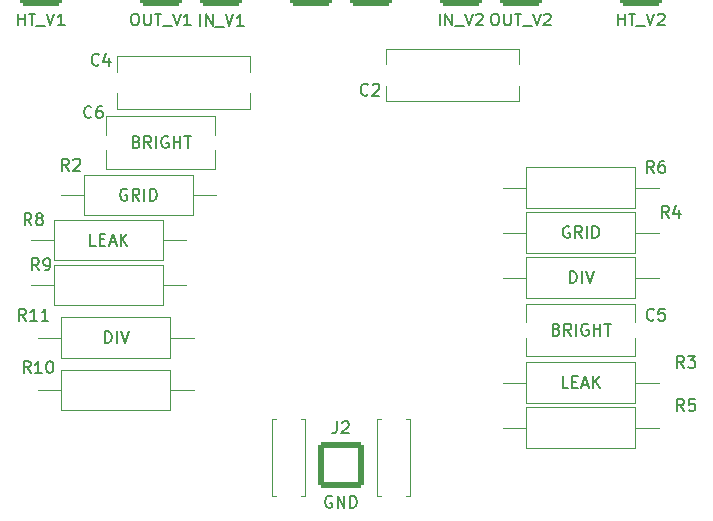
<source format=gbr>
G04 #@! TF.GenerationSoftware,KiCad,Pcbnew,7.0.2-0*
G04 #@! TF.CreationDate,2023-05-17T19:53:00+03:00*
G04 #@! TF.ProjectId,tubeTest,74756265-5465-4737-942e-6b696361645f,rev?*
G04 #@! TF.SameCoordinates,Original*
G04 #@! TF.FileFunction,Legend,Top*
G04 #@! TF.FilePolarity,Positive*
%FSLAX46Y46*%
G04 Gerber Fmt 4.6, Leading zero omitted, Abs format (unit mm)*
G04 Created by KiCad (PCBNEW 7.0.2-0) date 2023-05-17 19:53:00*
%MOMM*%
%LPD*%
G01*
G04 APERTURE LIST*
G04 Aperture macros list*
%AMRoundRect*
0 Rectangle with rounded corners*
0 $1 Rounding radius*
0 $2 $3 $4 $5 $6 $7 $8 $9 X,Y pos of 4 corners*
0 Add a 4 corners polygon primitive as box body*
4,1,4,$2,$3,$4,$5,$6,$7,$8,$9,$2,$3,0*
0 Add four circle primitives for the rounded corners*
1,1,$1+$1,$2,$3*
1,1,$1+$1,$4,$5*
1,1,$1+$1,$6,$7*
1,1,$1+$1,$8,$9*
0 Add four rect primitives between the rounded corners*
20,1,$1+$1,$2,$3,$4,$5,0*
20,1,$1+$1,$4,$5,$6,$7,0*
20,1,$1+$1,$6,$7,$8,$9,0*
20,1,$1+$1,$8,$9,$2,$3,0*%
%AMHorizOval*
0 Thick line with rounded ends*
0 $1 width*
0 $2 $3 position (X,Y) of the first rounded end (center of the circle)*
0 $4 $5 position (X,Y) of the second rounded end (center of the circle)*
0 Add line between two ends*
20,1,$1,$2,$3,$4,$5,0*
0 Add two circle primitives to create the rounded ends*
1,1,$1,$2,$3*
1,1,$1,$4,$5*%
G04 Aperture macros list end*
%ADD10C,0.150000*%
%ADD11C,0.120000*%
%ADD12C,1.600000*%
%ADD13O,1.600000X1.600000*%
%ADD14RoundRect,0.250002X-1.499998X-1.499998X1.499998X-1.499998X1.499998X1.499998X-1.499998X1.499998X0*%
%ADD15RoundRect,0.250002X-1.699998X-1.699998X1.699998X-1.699998X1.699998X1.699998X-1.699998X1.699998X0*%
%ADD16C,3.200000*%
%ADD17HorizOval,2.030000X-0.412599X0.299770X0.412599X-0.299770X0*%
%ADD18HorizOval,2.030000X-0.157599X0.485039X0.157599X-0.485039X0*%
%ADD19HorizOval,2.030000X0.157599X0.485039X-0.157599X-0.485039X0*%
%ADD20HorizOval,2.030000X0.412599X0.299770X-0.412599X-0.299770X0*%
%ADD21O,3.050000X2.030000*%
%ADD22C,4.500000*%
%ADD23R,1.600000X1.600000*%
G04 APERTURE END LIST*
D10*
X117308333Y-105422619D02*
X116975000Y-104946428D01*
X116736905Y-105422619D02*
X116736905Y-104422619D01*
X116736905Y-104422619D02*
X117117857Y-104422619D01*
X117117857Y-104422619D02*
X117213095Y-104470238D01*
X117213095Y-104470238D02*
X117260714Y-104517857D01*
X117260714Y-104517857D02*
X117308333Y-104613095D01*
X117308333Y-104613095D02*
X117308333Y-104755952D01*
X117308333Y-104755952D02*
X117260714Y-104851190D01*
X117260714Y-104851190D02*
X117213095Y-104898809D01*
X117213095Y-104898809D02*
X117117857Y-104946428D01*
X117117857Y-104946428D02*
X116736905Y-104946428D01*
X117879762Y-104851190D02*
X117784524Y-104803571D01*
X117784524Y-104803571D02*
X117736905Y-104755952D01*
X117736905Y-104755952D02*
X117689286Y-104660714D01*
X117689286Y-104660714D02*
X117689286Y-104613095D01*
X117689286Y-104613095D02*
X117736905Y-104517857D01*
X117736905Y-104517857D02*
X117784524Y-104470238D01*
X117784524Y-104470238D02*
X117879762Y-104422619D01*
X117879762Y-104422619D02*
X118070238Y-104422619D01*
X118070238Y-104422619D02*
X118165476Y-104470238D01*
X118165476Y-104470238D02*
X118213095Y-104517857D01*
X118213095Y-104517857D02*
X118260714Y-104613095D01*
X118260714Y-104613095D02*
X118260714Y-104660714D01*
X118260714Y-104660714D02*
X118213095Y-104755952D01*
X118213095Y-104755952D02*
X118165476Y-104803571D01*
X118165476Y-104803571D02*
X118070238Y-104851190D01*
X118070238Y-104851190D02*
X117879762Y-104851190D01*
X117879762Y-104851190D02*
X117784524Y-104898809D01*
X117784524Y-104898809D02*
X117736905Y-104946428D01*
X117736905Y-104946428D02*
X117689286Y-105041666D01*
X117689286Y-105041666D02*
X117689286Y-105232142D01*
X117689286Y-105232142D02*
X117736905Y-105327380D01*
X117736905Y-105327380D02*
X117784524Y-105375000D01*
X117784524Y-105375000D02*
X117879762Y-105422619D01*
X117879762Y-105422619D02*
X118070238Y-105422619D01*
X118070238Y-105422619D02*
X118165476Y-105375000D01*
X118165476Y-105375000D02*
X118213095Y-105327380D01*
X118213095Y-105327380D02*
X118260714Y-105232142D01*
X118260714Y-105232142D02*
X118260714Y-105041666D01*
X118260714Y-105041666D02*
X118213095Y-104946428D01*
X118213095Y-104946428D02*
X118165476Y-104898809D01*
X118165476Y-104898809D02*
X118070238Y-104851190D01*
X122753571Y-107142619D02*
X122277381Y-107142619D01*
X122277381Y-107142619D02*
X122277381Y-106142619D01*
X123086905Y-106618809D02*
X123420238Y-106618809D01*
X123563095Y-107142619D02*
X123086905Y-107142619D01*
X123086905Y-107142619D02*
X123086905Y-106142619D01*
X123086905Y-106142619D02*
X123563095Y-106142619D01*
X123944048Y-106856904D02*
X124420238Y-106856904D01*
X123848810Y-107142619D02*
X124182143Y-106142619D01*
X124182143Y-106142619D02*
X124515476Y-107142619D01*
X124848810Y-107142619D02*
X124848810Y-106142619D01*
X125420238Y-107142619D02*
X124991667Y-106571190D01*
X125420238Y-106142619D02*
X124848810Y-106714047D01*
X145803333Y-94347380D02*
X145755714Y-94395000D01*
X145755714Y-94395000D02*
X145612857Y-94442619D01*
X145612857Y-94442619D02*
X145517619Y-94442619D01*
X145517619Y-94442619D02*
X145374762Y-94395000D01*
X145374762Y-94395000D02*
X145279524Y-94299761D01*
X145279524Y-94299761D02*
X145231905Y-94204523D01*
X145231905Y-94204523D02*
X145184286Y-94014047D01*
X145184286Y-94014047D02*
X145184286Y-93871190D01*
X145184286Y-93871190D02*
X145231905Y-93680714D01*
X145231905Y-93680714D02*
X145279524Y-93585476D01*
X145279524Y-93585476D02*
X145374762Y-93490238D01*
X145374762Y-93490238D02*
X145517619Y-93442619D01*
X145517619Y-93442619D02*
X145612857Y-93442619D01*
X145612857Y-93442619D02*
X145755714Y-93490238D01*
X145755714Y-93490238D02*
X145803333Y-93537857D01*
X146184286Y-93537857D02*
X146231905Y-93490238D01*
X146231905Y-93490238D02*
X146327143Y-93442619D01*
X146327143Y-93442619D02*
X146565238Y-93442619D01*
X146565238Y-93442619D02*
X146660476Y-93490238D01*
X146660476Y-93490238D02*
X146708095Y-93537857D01*
X146708095Y-93537857D02*
X146755714Y-93633095D01*
X146755714Y-93633095D02*
X146755714Y-93728333D01*
X146755714Y-93728333D02*
X146708095Y-93871190D01*
X146708095Y-93871190D02*
X146136667Y-94442619D01*
X146136667Y-94442619D02*
X146755714Y-94442619D01*
X166957619Y-88502619D02*
X166957619Y-87502619D01*
X166957619Y-87978809D02*
X167529047Y-87978809D01*
X167529047Y-88502619D02*
X167529047Y-87502619D01*
X167862381Y-87502619D02*
X168433809Y-87502619D01*
X168148095Y-88502619D02*
X168148095Y-87502619D01*
X168529048Y-88597857D02*
X169290952Y-88597857D01*
X169386191Y-87502619D02*
X169719524Y-88502619D01*
X169719524Y-88502619D02*
X170052857Y-87502619D01*
X170338572Y-87597857D02*
X170386191Y-87550238D01*
X170386191Y-87550238D02*
X170481429Y-87502619D01*
X170481429Y-87502619D02*
X170719524Y-87502619D01*
X170719524Y-87502619D02*
X170814762Y-87550238D01*
X170814762Y-87550238D02*
X170862381Y-87597857D01*
X170862381Y-87597857D02*
X170910000Y-87693095D01*
X170910000Y-87693095D02*
X170910000Y-87788333D01*
X170910000Y-87788333D02*
X170862381Y-87931190D01*
X170862381Y-87931190D02*
X170290953Y-88502619D01*
X170290953Y-88502619D02*
X170910000Y-88502619D01*
X131594846Y-88559687D02*
X131594846Y-87559687D01*
X132071036Y-88559687D02*
X132071036Y-87559687D01*
X132071036Y-87559687D02*
X132642464Y-88559687D01*
X132642464Y-88559687D02*
X132642464Y-87559687D01*
X132880560Y-88654925D02*
X133642464Y-88654925D01*
X133737703Y-87559687D02*
X134071036Y-88559687D01*
X134071036Y-88559687D02*
X134404369Y-87559687D01*
X135261512Y-88559687D02*
X134690084Y-88559687D01*
X134975798Y-88559687D02*
X134975798Y-87559687D01*
X134975798Y-87559687D02*
X134880560Y-87702544D01*
X134880560Y-87702544D02*
X134785322Y-87797782D01*
X134785322Y-87797782D02*
X134690084Y-87845401D01*
X117237142Y-117937619D02*
X116903809Y-117461428D01*
X116665714Y-117937619D02*
X116665714Y-116937619D01*
X116665714Y-116937619D02*
X117046666Y-116937619D01*
X117046666Y-116937619D02*
X117141904Y-116985238D01*
X117141904Y-116985238D02*
X117189523Y-117032857D01*
X117189523Y-117032857D02*
X117237142Y-117128095D01*
X117237142Y-117128095D02*
X117237142Y-117270952D01*
X117237142Y-117270952D02*
X117189523Y-117366190D01*
X117189523Y-117366190D02*
X117141904Y-117413809D01*
X117141904Y-117413809D02*
X117046666Y-117461428D01*
X117046666Y-117461428D02*
X116665714Y-117461428D01*
X118189523Y-117937619D02*
X117618095Y-117937619D01*
X117903809Y-117937619D02*
X117903809Y-116937619D01*
X117903809Y-116937619D02*
X117808571Y-117080476D01*
X117808571Y-117080476D02*
X117713333Y-117175714D01*
X117713333Y-117175714D02*
X117618095Y-117223333D01*
X118808571Y-116937619D02*
X118903809Y-116937619D01*
X118903809Y-116937619D02*
X118999047Y-116985238D01*
X118999047Y-116985238D02*
X119046666Y-117032857D01*
X119046666Y-117032857D02*
X119094285Y-117128095D01*
X119094285Y-117128095D02*
X119141904Y-117318571D01*
X119141904Y-117318571D02*
X119141904Y-117556666D01*
X119141904Y-117556666D02*
X119094285Y-117747142D01*
X119094285Y-117747142D02*
X119046666Y-117842380D01*
X119046666Y-117842380D02*
X118999047Y-117890000D01*
X118999047Y-117890000D02*
X118903809Y-117937619D01*
X118903809Y-117937619D02*
X118808571Y-117937619D01*
X118808571Y-117937619D02*
X118713333Y-117890000D01*
X118713333Y-117890000D02*
X118665714Y-117842380D01*
X118665714Y-117842380D02*
X118618095Y-117747142D01*
X118618095Y-117747142D02*
X118570476Y-117556666D01*
X118570476Y-117556666D02*
X118570476Y-117318571D01*
X118570476Y-117318571D02*
X118618095Y-117128095D01*
X118618095Y-117128095D02*
X118665714Y-117032857D01*
X118665714Y-117032857D02*
X118713333Y-116985238D01*
X118713333Y-116985238D02*
X118808571Y-116937619D01*
X116157619Y-88502619D02*
X116157619Y-87502619D01*
X116157619Y-87978809D02*
X116729047Y-87978809D01*
X116729047Y-88502619D02*
X116729047Y-87502619D01*
X117062381Y-87502619D02*
X117633809Y-87502619D01*
X117348095Y-88502619D02*
X117348095Y-87502619D01*
X117729048Y-88597857D02*
X118490952Y-88597857D01*
X118586191Y-87502619D02*
X118919524Y-88502619D01*
X118919524Y-88502619D02*
X119252857Y-87502619D01*
X120110000Y-88502619D02*
X119538572Y-88502619D01*
X119824286Y-88502619D02*
X119824286Y-87502619D01*
X119824286Y-87502619D02*
X119729048Y-87645476D01*
X119729048Y-87645476D02*
X119633810Y-87740714D01*
X119633810Y-87740714D02*
X119538572Y-87788333D01*
X143176666Y-122042619D02*
X143176666Y-122756904D01*
X143176666Y-122756904D02*
X143129047Y-122899761D01*
X143129047Y-122899761D02*
X143033809Y-122995000D01*
X143033809Y-122995000D02*
X142890952Y-123042619D01*
X142890952Y-123042619D02*
X142795714Y-123042619D01*
X143605238Y-122137857D02*
X143652857Y-122090238D01*
X143652857Y-122090238D02*
X143748095Y-122042619D01*
X143748095Y-122042619D02*
X143986190Y-122042619D01*
X143986190Y-122042619D02*
X144081428Y-122090238D01*
X144081428Y-122090238D02*
X144129047Y-122137857D01*
X144129047Y-122137857D02*
X144176666Y-122233095D01*
X144176666Y-122233095D02*
X144176666Y-122328333D01*
X144176666Y-122328333D02*
X144129047Y-122471190D01*
X144129047Y-122471190D02*
X143557619Y-123042619D01*
X143557619Y-123042619D02*
X144176666Y-123042619D01*
X142748095Y-128390238D02*
X142652857Y-128342619D01*
X142652857Y-128342619D02*
X142510000Y-128342619D01*
X142510000Y-128342619D02*
X142367143Y-128390238D01*
X142367143Y-128390238D02*
X142271905Y-128485476D01*
X142271905Y-128485476D02*
X142224286Y-128580714D01*
X142224286Y-128580714D02*
X142176667Y-128771190D01*
X142176667Y-128771190D02*
X142176667Y-128914047D01*
X142176667Y-128914047D02*
X142224286Y-129104523D01*
X142224286Y-129104523D02*
X142271905Y-129199761D01*
X142271905Y-129199761D02*
X142367143Y-129295000D01*
X142367143Y-129295000D02*
X142510000Y-129342619D01*
X142510000Y-129342619D02*
X142605238Y-129342619D01*
X142605238Y-129342619D02*
X142748095Y-129295000D01*
X142748095Y-129295000D02*
X142795714Y-129247380D01*
X142795714Y-129247380D02*
X142795714Y-128914047D01*
X142795714Y-128914047D02*
X142605238Y-128914047D01*
X143224286Y-129342619D02*
X143224286Y-128342619D01*
X143224286Y-128342619D02*
X143795714Y-129342619D01*
X143795714Y-129342619D02*
X143795714Y-128342619D01*
X144271905Y-129342619D02*
X144271905Y-128342619D01*
X144271905Y-128342619D02*
X144510000Y-128342619D01*
X144510000Y-128342619D02*
X144652857Y-128390238D01*
X144652857Y-128390238D02*
X144748095Y-128485476D01*
X144748095Y-128485476D02*
X144795714Y-128580714D01*
X144795714Y-128580714D02*
X144843333Y-128771190D01*
X144843333Y-128771190D02*
X144843333Y-128914047D01*
X144843333Y-128914047D02*
X144795714Y-129104523D01*
X144795714Y-129104523D02*
X144748095Y-129199761D01*
X144748095Y-129199761D02*
X144652857Y-129295000D01*
X144652857Y-129295000D02*
X144510000Y-129342619D01*
X144510000Y-129342619D02*
X144271905Y-129342619D01*
X125984285Y-87502619D02*
X126174761Y-87502619D01*
X126174761Y-87502619D02*
X126269999Y-87550238D01*
X126269999Y-87550238D02*
X126365237Y-87645476D01*
X126365237Y-87645476D02*
X126412856Y-87835952D01*
X126412856Y-87835952D02*
X126412856Y-88169285D01*
X126412856Y-88169285D02*
X126365237Y-88359761D01*
X126365237Y-88359761D02*
X126269999Y-88455000D01*
X126269999Y-88455000D02*
X126174761Y-88502619D01*
X126174761Y-88502619D02*
X125984285Y-88502619D01*
X125984285Y-88502619D02*
X125889047Y-88455000D01*
X125889047Y-88455000D02*
X125793809Y-88359761D01*
X125793809Y-88359761D02*
X125746190Y-88169285D01*
X125746190Y-88169285D02*
X125746190Y-87835952D01*
X125746190Y-87835952D02*
X125793809Y-87645476D01*
X125793809Y-87645476D02*
X125889047Y-87550238D01*
X125889047Y-87550238D02*
X125984285Y-87502619D01*
X126841428Y-87502619D02*
X126841428Y-88312142D01*
X126841428Y-88312142D02*
X126889047Y-88407380D01*
X126889047Y-88407380D02*
X126936666Y-88455000D01*
X126936666Y-88455000D02*
X127031904Y-88502619D01*
X127031904Y-88502619D02*
X127222380Y-88502619D01*
X127222380Y-88502619D02*
X127317618Y-88455000D01*
X127317618Y-88455000D02*
X127365237Y-88407380D01*
X127365237Y-88407380D02*
X127412856Y-88312142D01*
X127412856Y-88312142D02*
X127412856Y-87502619D01*
X127746190Y-87502619D02*
X128317618Y-87502619D01*
X128031904Y-88502619D02*
X128031904Y-87502619D01*
X128412857Y-88597857D02*
X129174761Y-88597857D01*
X129270000Y-87502619D02*
X129603333Y-88502619D01*
X129603333Y-88502619D02*
X129936666Y-87502619D01*
X130793809Y-88502619D02*
X130222381Y-88502619D01*
X130508095Y-88502619D02*
X130508095Y-87502619D01*
X130508095Y-87502619D02*
X130412857Y-87645476D01*
X130412857Y-87645476D02*
X130317619Y-87740714D01*
X130317619Y-87740714D02*
X130222381Y-87788333D01*
X172557676Y-121155767D02*
X172224343Y-120679576D01*
X171986248Y-121155767D02*
X171986248Y-120155767D01*
X171986248Y-120155767D02*
X172367200Y-120155767D01*
X172367200Y-120155767D02*
X172462438Y-120203386D01*
X172462438Y-120203386D02*
X172510057Y-120251005D01*
X172510057Y-120251005D02*
X172557676Y-120346243D01*
X172557676Y-120346243D02*
X172557676Y-120489100D01*
X172557676Y-120489100D02*
X172510057Y-120584338D01*
X172510057Y-120584338D02*
X172462438Y-120631957D01*
X172462438Y-120631957D02*
X172367200Y-120679576D01*
X172367200Y-120679576D02*
X171986248Y-120679576D01*
X173462438Y-120155767D02*
X172986248Y-120155767D01*
X172986248Y-120155767D02*
X172938629Y-120631957D01*
X172938629Y-120631957D02*
X172986248Y-120584338D01*
X172986248Y-120584338D02*
X173081486Y-120536719D01*
X173081486Y-120536719D02*
X173319581Y-120536719D01*
X173319581Y-120536719D02*
X173414819Y-120584338D01*
X173414819Y-120584338D02*
X173462438Y-120631957D01*
X173462438Y-120631957D02*
X173510057Y-120727195D01*
X173510057Y-120727195D02*
X173510057Y-120965290D01*
X173510057Y-120965290D02*
X173462438Y-121060528D01*
X173462438Y-121060528D02*
X173414819Y-121108148D01*
X173414819Y-121108148D02*
X173319581Y-121155767D01*
X173319581Y-121155767D02*
X173081486Y-121155767D01*
X173081486Y-121155767D02*
X172986248Y-121108148D01*
X172986248Y-121108148D02*
X172938629Y-121060528D01*
X122388333Y-96252380D02*
X122340714Y-96300000D01*
X122340714Y-96300000D02*
X122197857Y-96347619D01*
X122197857Y-96347619D02*
X122102619Y-96347619D01*
X122102619Y-96347619D02*
X121959762Y-96300000D01*
X121959762Y-96300000D02*
X121864524Y-96204761D01*
X121864524Y-96204761D02*
X121816905Y-96109523D01*
X121816905Y-96109523D02*
X121769286Y-95919047D01*
X121769286Y-95919047D02*
X121769286Y-95776190D01*
X121769286Y-95776190D02*
X121816905Y-95585714D01*
X121816905Y-95585714D02*
X121864524Y-95490476D01*
X121864524Y-95490476D02*
X121959762Y-95395238D01*
X121959762Y-95395238D02*
X122102619Y-95347619D01*
X122102619Y-95347619D02*
X122197857Y-95347619D01*
X122197857Y-95347619D02*
X122340714Y-95395238D01*
X122340714Y-95395238D02*
X122388333Y-95442857D01*
X123245476Y-95347619D02*
X123055000Y-95347619D01*
X123055000Y-95347619D02*
X122959762Y-95395238D01*
X122959762Y-95395238D02*
X122912143Y-95442857D01*
X122912143Y-95442857D02*
X122816905Y-95585714D01*
X122816905Y-95585714D02*
X122769286Y-95776190D01*
X122769286Y-95776190D02*
X122769286Y-96157142D01*
X122769286Y-96157142D02*
X122816905Y-96252380D01*
X122816905Y-96252380D02*
X122864524Y-96300000D01*
X122864524Y-96300000D02*
X122959762Y-96347619D01*
X122959762Y-96347619D02*
X123150238Y-96347619D01*
X123150238Y-96347619D02*
X123245476Y-96300000D01*
X123245476Y-96300000D02*
X123293095Y-96252380D01*
X123293095Y-96252380D02*
X123340714Y-96157142D01*
X123340714Y-96157142D02*
X123340714Y-95919047D01*
X123340714Y-95919047D02*
X123293095Y-95823809D01*
X123293095Y-95823809D02*
X123245476Y-95776190D01*
X123245476Y-95776190D02*
X123150238Y-95728571D01*
X123150238Y-95728571D02*
X122959762Y-95728571D01*
X122959762Y-95728571D02*
X122864524Y-95776190D01*
X122864524Y-95776190D02*
X122816905Y-95823809D01*
X122816905Y-95823809D02*
X122769286Y-95919047D01*
X126198571Y-98363809D02*
X126341428Y-98411428D01*
X126341428Y-98411428D02*
X126389047Y-98459047D01*
X126389047Y-98459047D02*
X126436666Y-98554285D01*
X126436666Y-98554285D02*
X126436666Y-98697142D01*
X126436666Y-98697142D02*
X126389047Y-98792380D01*
X126389047Y-98792380D02*
X126341428Y-98840000D01*
X126341428Y-98840000D02*
X126246190Y-98887619D01*
X126246190Y-98887619D02*
X125865238Y-98887619D01*
X125865238Y-98887619D02*
X125865238Y-97887619D01*
X125865238Y-97887619D02*
X126198571Y-97887619D01*
X126198571Y-97887619D02*
X126293809Y-97935238D01*
X126293809Y-97935238D02*
X126341428Y-97982857D01*
X126341428Y-97982857D02*
X126389047Y-98078095D01*
X126389047Y-98078095D02*
X126389047Y-98173333D01*
X126389047Y-98173333D02*
X126341428Y-98268571D01*
X126341428Y-98268571D02*
X126293809Y-98316190D01*
X126293809Y-98316190D02*
X126198571Y-98363809D01*
X126198571Y-98363809D02*
X125865238Y-98363809D01*
X127436666Y-98887619D02*
X127103333Y-98411428D01*
X126865238Y-98887619D02*
X126865238Y-97887619D01*
X126865238Y-97887619D02*
X127246190Y-97887619D01*
X127246190Y-97887619D02*
X127341428Y-97935238D01*
X127341428Y-97935238D02*
X127389047Y-97982857D01*
X127389047Y-97982857D02*
X127436666Y-98078095D01*
X127436666Y-98078095D02*
X127436666Y-98220952D01*
X127436666Y-98220952D02*
X127389047Y-98316190D01*
X127389047Y-98316190D02*
X127341428Y-98363809D01*
X127341428Y-98363809D02*
X127246190Y-98411428D01*
X127246190Y-98411428D02*
X126865238Y-98411428D01*
X127865238Y-98887619D02*
X127865238Y-97887619D01*
X128865237Y-97935238D02*
X128769999Y-97887619D01*
X128769999Y-97887619D02*
X128627142Y-97887619D01*
X128627142Y-97887619D02*
X128484285Y-97935238D01*
X128484285Y-97935238D02*
X128389047Y-98030476D01*
X128389047Y-98030476D02*
X128341428Y-98125714D01*
X128341428Y-98125714D02*
X128293809Y-98316190D01*
X128293809Y-98316190D02*
X128293809Y-98459047D01*
X128293809Y-98459047D02*
X128341428Y-98649523D01*
X128341428Y-98649523D02*
X128389047Y-98744761D01*
X128389047Y-98744761D02*
X128484285Y-98840000D01*
X128484285Y-98840000D02*
X128627142Y-98887619D01*
X128627142Y-98887619D02*
X128722380Y-98887619D01*
X128722380Y-98887619D02*
X128865237Y-98840000D01*
X128865237Y-98840000D02*
X128912856Y-98792380D01*
X128912856Y-98792380D02*
X128912856Y-98459047D01*
X128912856Y-98459047D02*
X128722380Y-98459047D01*
X129341428Y-98887619D02*
X129341428Y-97887619D01*
X129341428Y-98363809D02*
X129912856Y-98363809D01*
X129912856Y-98887619D02*
X129912856Y-97887619D01*
X130246190Y-97887619D02*
X130817618Y-97887619D01*
X130531904Y-98887619D02*
X130531904Y-97887619D01*
X120483333Y-100792619D02*
X120150000Y-100316428D01*
X119911905Y-100792619D02*
X119911905Y-99792619D01*
X119911905Y-99792619D02*
X120292857Y-99792619D01*
X120292857Y-99792619D02*
X120388095Y-99840238D01*
X120388095Y-99840238D02*
X120435714Y-99887857D01*
X120435714Y-99887857D02*
X120483333Y-99983095D01*
X120483333Y-99983095D02*
X120483333Y-100125952D01*
X120483333Y-100125952D02*
X120435714Y-100221190D01*
X120435714Y-100221190D02*
X120388095Y-100268809D01*
X120388095Y-100268809D02*
X120292857Y-100316428D01*
X120292857Y-100316428D02*
X119911905Y-100316428D01*
X120864286Y-99887857D02*
X120911905Y-99840238D01*
X120911905Y-99840238D02*
X121007143Y-99792619D01*
X121007143Y-99792619D02*
X121245238Y-99792619D01*
X121245238Y-99792619D02*
X121340476Y-99840238D01*
X121340476Y-99840238D02*
X121388095Y-99887857D01*
X121388095Y-99887857D02*
X121435714Y-99983095D01*
X121435714Y-99983095D02*
X121435714Y-100078333D01*
X121435714Y-100078333D02*
X121388095Y-100221190D01*
X121388095Y-100221190D02*
X120816667Y-100792619D01*
X120816667Y-100792619D02*
X121435714Y-100792619D01*
X125388809Y-102380238D02*
X125293571Y-102332619D01*
X125293571Y-102332619D02*
X125150714Y-102332619D01*
X125150714Y-102332619D02*
X125007857Y-102380238D01*
X125007857Y-102380238D02*
X124912619Y-102475476D01*
X124912619Y-102475476D02*
X124865000Y-102570714D01*
X124865000Y-102570714D02*
X124817381Y-102761190D01*
X124817381Y-102761190D02*
X124817381Y-102904047D01*
X124817381Y-102904047D02*
X124865000Y-103094523D01*
X124865000Y-103094523D02*
X124912619Y-103189761D01*
X124912619Y-103189761D02*
X125007857Y-103285000D01*
X125007857Y-103285000D02*
X125150714Y-103332619D01*
X125150714Y-103332619D02*
X125245952Y-103332619D01*
X125245952Y-103332619D02*
X125388809Y-103285000D01*
X125388809Y-103285000D02*
X125436428Y-103237380D01*
X125436428Y-103237380D02*
X125436428Y-102904047D01*
X125436428Y-102904047D02*
X125245952Y-102904047D01*
X126436428Y-103332619D02*
X126103095Y-102856428D01*
X125865000Y-103332619D02*
X125865000Y-102332619D01*
X125865000Y-102332619D02*
X126245952Y-102332619D01*
X126245952Y-102332619D02*
X126341190Y-102380238D01*
X126341190Y-102380238D02*
X126388809Y-102427857D01*
X126388809Y-102427857D02*
X126436428Y-102523095D01*
X126436428Y-102523095D02*
X126436428Y-102665952D01*
X126436428Y-102665952D02*
X126388809Y-102761190D01*
X126388809Y-102761190D02*
X126341190Y-102808809D01*
X126341190Y-102808809D02*
X126245952Y-102856428D01*
X126245952Y-102856428D02*
X125865000Y-102856428D01*
X126865000Y-103332619D02*
X126865000Y-102332619D01*
X127341190Y-103332619D02*
X127341190Y-102332619D01*
X127341190Y-102332619D02*
X127579285Y-102332619D01*
X127579285Y-102332619D02*
X127722142Y-102380238D01*
X127722142Y-102380238D02*
X127817380Y-102475476D01*
X127817380Y-102475476D02*
X127864999Y-102570714D01*
X127864999Y-102570714D02*
X127912618Y-102761190D01*
X127912618Y-102761190D02*
X127912618Y-102904047D01*
X127912618Y-102904047D02*
X127864999Y-103094523D01*
X127864999Y-103094523D02*
X127817380Y-103189761D01*
X127817380Y-103189761D02*
X127722142Y-103285000D01*
X127722142Y-103285000D02*
X127579285Y-103332619D01*
X127579285Y-103332619D02*
X127341190Y-103332619D01*
X170013333Y-113397380D02*
X169965714Y-113445000D01*
X169965714Y-113445000D02*
X169822857Y-113492619D01*
X169822857Y-113492619D02*
X169727619Y-113492619D01*
X169727619Y-113492619D02*
X169584762Y-113445000D01*
X169584762Y-113445000D02*
X169489524Y-113349761D01*
X169489524Y-113349761D02*
X169441905Y-113254523D01*
X169441905Y-113254523D02*
X169394286Y-113064047D01*
X169394286Y-113064047D02*
X169394286Y-112921190D01*
X169394286Y-112921190D02*
X169441905Y-112730714D01*
X169441905Y-112730714D02*
X169489524Y-112635476D01*
X169489524Y-112635476D02*
X169584762Y-112540238D01*
X169584762Y-112540238D02*
X169727619Y-112492619D01*
X169727619Y-112492619D02*
X169822857Y-112492619D01*
X169822857Y-112492619D02*
X169965714Y-112540238D01*
X169965714Y-112540238D02*
X170013333Y-112587857D01*
X170918095Y-112492619D02*
X170441905Y-112492619D01*
X170441905Y-112492619D02*
X170394286Y-112968809D01*
X170394286Y-112968809D02*
X170441905Y-112921190D01*
X170441905Y-112921190D02*
X170537143Y-112873571D01*
X170537143Y-112873571D02*
X170775238Y-112873571D01*
X170775238Y-112873571D02*
X170870476Y-112921190D01*
X170870476Y-112921190D02*
X170918095Y-112968809D01*
X170918095Y-112968809D02*
X170965714Y-113064047D01*
X170965714Y-113064047D02*
X170965714Y-113302142D01*
X170965714Y-113302142D02*
X170918095Y-113397380D01*
X170918095Y-113397380D02*
X170870476Y-113445000D01*
X170870476Y-113445000D02*
X170775238Y-113492619D01*
X170775238Y-113492619D02*
X170537143Y-113492619D01*
X170537143Y-113492619D02*
X170441905Y-113445000D01*
X170441905Y-113445000D02*
X170394286Y-113397380D01*
X161758571Y-114238809D02*
X161901428Y-114286428D01*
X161901428Y-114286428D02*
X161949047Y-114334047D01*
X161949047Y-114334047D02*
X161996666Y-114429285D01*
X161996666Y-114429285D02*
X161996666Y-114572142D01*
X161996666Y-114572142D02*
X161949047Y-114667380D01*
X161949047Y-114667380D02*
X161901428Y-114715000D01*
X161901428Y-114715000D02*
X161806190Y-114762619D01*
X161806190Y-114762619D02*
X161425238Y-114762619D01*
X161425238Y-114762619D02*
X161425238Y-113762619D01*
X161425238Y-113762619D02*
X161758571Y-113762619D01*
X161758571Y-113762619D02*
X161853809Y-113810238D01*
X161853809Y-113810238D02*
X161901428Y-113857857D01*
X161901428Y-113857857D02*
X161949047Y-113953095D01*
X161949047Y-113953095D02*
X161949047Y-114048333D01*
X161949047Y-114048333D02*
X161901428Y-114143571D01*
X161901428Y-114143571D02*
X161853809Y-114191190D01*
X161853809Y-114191190D02*
X161758571Y-114238809D01*
X161758571Y-114238809D02*
X161425238Y-114238809D01*
X162996666Y-114762619D02*
X162663333Y-114286428D01*
X162425238Y-114762619D02*
X162425238Y-113762619D01*
X162425238Y-113762619D02*
X162806190Y-113762619D01*
X162806190Y-113762619D02*
X162901428Y-113810238D01*
X162901428Y-113810238D02*
X162949047Y-113857857D01*
X162949047Y-113857857D02*
X162996666Y-113953095D01*
X162996666Y-113953095D02*
X162996666Y-114095952D01*
X162996666Y-114095952D02*
X162949047Y-114191190D01*
X162949047Y-114191190D02*
X162901428Y-114238809D01*
X162901428Y-114238809D02*
X162806190Y-114286428D01*
X162806190Y-114286428D02*
X162425238Y-114286428D01*
X163425238Y-114762619D02*
X163425238Y-113762619D01*
X164425237Y-113810238D02*
X164329999Y-113762619D01*
X164329999Y-113762619D02*
X164187142Y-113762619D01*
X164187142Y-113762619D02*
X164044285Y-113810238D01*
X164044285Y-113810238D02*
X163949047Y-113905476D01*
X163949047Y-113905476D02*
X163901428Y-114000714D01*
X163901428Y-114000714D02*
X163853809Y-114191190D01*
X163853809Y-114191190D02*
X163853809Y-114334047D01*
X163853809Y-114334047D02*
X163901428Y-114524523D01*
X163901428Y-114524523D02*
X163949047Y-114619761D01*
X163949047Y-114619761D02*
X164044285Y-114715000D01*
X164044285Y-114715000D02*
X164187142Y-114762619D01*
X164187142Y-114762619D02*
X164282380Y-114762619D01*
X164282380Y-114762619D02*
X164425237Y-114715000D01*
X164425237Y-114715000D02*
X164472856Y-114667380D01*
X164472856Y-114667380D02*
X164472856Y-114334047D01*
X164472856Y-114334047D02*
X164282380Y-114334047D01*
X164901428Y-114762619D02*
X164901428Y-113762619D01*
X164901428Y-114238809D02*
X165472856Y-114238809D01*
X165472856Y-114762619D02*
X165472856Y-113762619D01*
X165806190Y-113762619D02*
X166377618Y-113762619D01*
X166091904Y-114762619D02*
X166091904Y-113762619D01*
X172553333Y-117487619D02*
X172220000Y-117011428D01*
X171981905Y-117487619D02*
X171981905Y-116487619D01*
X171981905Y-116487619D02*
X172362857Y-116487619D01*
X172362857Y-116487619D02*
X172458095Y-116535238D01*
X172458095Y-116535238D02*
X172505714Y-116582857D01*
X172505714Y-116582857D02*
X172553333Y-116678095D01*
X172553333Y-116678095D02*
X172553333Y-116820952D01*
X172553333Y-116820952D02*
X172505714Y-116916190D01*
X172505714Y-116916190D02*
X172458095Y-116963809D01*
X172458095Y-116963809D02*
X172362857Y-117011428D01*
X172362857Y-117011428D02*
X171981905Y-117011428D01*
X172886667Y-116487619D02*
X173505714Y-116487619D01*
X173505714Y-116487619D02*
X173172381Y-116868571D01*
X173172381Y-116868571D02*
X173315238Y-116868571D01*
X173315238Y-116868571D02*
X173410476Y-116916190D01*
X173410476Y-116916190D02*
X173458095Y-116963809D01*
X173458095Y-116963809D02*
X173505714Y-117059047D01*
X173505714Y-117059047D02*
X173505714Y-117297142D01*
X173505714Y-117297142D02*
X173458095Y-117392380D01*
X173458095Y-117392380D02*
X173410476Y-117440000D01*
X173410476Y-117440000D02*
X173315238Y-117487619D01*
X173315238Y-117487619D02*
X173029524Y-117487619D01*
X173029524Y-117487619D02*
X172934286Y-117440000D01*
X172934286Y-117440000D02*
X172886667Y-117392380D01*
X162758571Y-119207619D02*
X162282381Y-119207619D01*
X162282381Y-119207619D02*
X162282381Y-118207619D01*
X163091905Y-118683809D02*
X163425238Y-118683809D01*
X163568095Y-119207619D02*
X163091905Y-119207619D01*
X163091905Y-119207619D02*
X163091905Y-118207619D01*
X163091905Y-118207619D02*
X163568095Y-118207619D01*
X163949048Y-118921904D02*
X164425238Y-118921904D01*
X163853810Y-119207619D02*
X164187143Y-118207619D01*
X164187143Y-118207619D02*
X164520476Y-119207619D01*
X164853810Y-119207619D02*
X164853810Y-118207619D01*
X165425238Y-119207619D02*
X164996667Y-118636190D01*
X165425238Y-118207619D02*
X164853810Y-118779047D01*
X156464285Y-87502619D02*
X156654761Y-87502619D01*
X156654761Y-87502619D02*
X156749999Y-87550238D01*
X156749999Y-87550238D02*
X156845237Y-87645476D01*
X156845237Y-87645476D02*
X156892856Y-87835952D01*
X156892856Y-87835952D02*
X156892856Y-88169285D01*
X156892856Y-88169285D02*
X156845237Y-88359761D01*
X156845237Y-88359761D02*
X156749999Y-88455000D01*
X156749999Y-88455000D02*
X156654761Y-88502619D01*
X156654761Y-88502619D02*
X156464285Y-88502619D01*
X156464285Y-88502619D02*
X156369047Y-88455000D01*
X156369047Y-88455000D02*
X156273809Y-88359761D01*
X156273809Y-88359761D02*
X156226190Y-88169285D01*
X156226190Y-88169285D02*
X156226190Y-87835952D01*
X156226190Y-87835952D02*
X156273809Y-87645476D01*
X156273809Y-87645476D02*
X156369047Y-87550238D01*
X156369047Y-87550238D02*
X156464285Y-87502619D01*
X157321428Y-87502619D02*
X157321428Y-88312142D01*
X157321428Y-88312142D02*
X157369047Y-88407380D01*
X157369047Y-88407380D02*
X157416666Y-88455000D01*
X157416666Y-88455000D02*
X157511904Y-88502619D01*
X157511904Y-88502619D02*
X157702380Y-88502619D01*
X157702380Y-88502619D02*
X157797618Y-88455000D01*
X157797618Y-88455000D02*
X157845237Y-88407380D01*
X157845237Y-88407380D02*
X157892856Y-88312142D01*
X157892856Y-88312142D02*
X157892856Y-87502619D01*
X158226190Y-87502619D02*
X158797618Y-87502619D01*
X158511904Y-88502619D02*
X158511904Y-87502619D01*
X158892857Y-88597857D02*
X159654761Y-88597857D01*
X159750000Y-87502619D02*
X160083333Y-88502619D01*
X160083333Y-88502619D02*
X160416666Y-87502619D01*
X160702381Y-87597857D02*
X160750000Y-87550238D01*
X160750000Y-87550238D02*
X160845238Y-87502619D01*
X160845238Y-87502619D02*
X161083333Y-87502619D01*
X161083333Y-87502619D02*
X161178571Y-87550238D01*
X161178571Y-87550238D02*
X161226190Y-87597857D01*
X161226190Y-87597857D02*
X161273809Y-87693095D01*
X161273809Y-87693095D02*
X161273809Y-87788333D01*
X161273809Y-87788333D02*
X161226190Y-87931190D01*
X161226190Y-87931190D02*
X160654762Y-88502619D01*
X160654762Y-88502619D02*
X161273809Y-88502619D01*
X116832142Y-113492619D02*
X116498809Y-113016428D01*
X116260714Y-113492619D02*
X116260714Y-112492619D01*
X116260714Y-112492619D02*
X116641666Y-112492619D01*
X116641666Y-112492619D02*
X116736904Y-112540238D01*
X116736904Y-112540238D02*
X116784523Y-112587857D01*
X116784523Y-112587857D02*
X116832142Y-112683095D01*
X116832142Y-112683095D02*
X116832142Y-112825952D01*
X116832142Y-112825952D02*
X116784523Y-112921190D01*
X116784523Y-112921190D02*
X116736904Y-112968809D01*
X116736904Y-112968809D02*
X116641666Y-113016428D01*
X116641666Y-113016428D02*
X116260714Y-113016428D01*
X117784523Y-113492619D02*
X117213095Y-113492619D01*
X117498809Y-113492619D02*
X117498809Y-112492619D01*
X117498809Y-112492619D02*
X117403571Y-112635476D01*
X117403571Y-112635476D02*
X117308333Y-112730714D01*
X117308333Y-112730714D02*
X117213095Y-112778333D01*
X118736904Y-113492619D02*
X118165476Y-113492619D01*
X118451190Y-113492619D02*
X118451190Y-112492619D01*
X118451190Y-112492619D02*
X118355952Y-112635476D01*
X118355952Y-112635476D02*
X118260714Y-112730714D01*
X118260714Y-112730714D02*
X118165476Y-112778333D01*
X123531429Y-115397619D02*
X123531429Y-114397619D01*
X123531429Y-114397619D02*
X123769524Y-114397619D01*
X123769524Y-114397619D02*
X123912381Y-114445238D01*
X123912381Y-114445238D02*
X124007619Y-114540476D01*
X124007619Y-114540476D02*
X124055238Y-114635714D01*
X124055238Y-114635714D02*
X124102857Y-114826190D01*
X124102857Y-114826190D02*
X124102857Y-114969047D01*
X124102857Y-114969047D02*
X124055238Y-115159523D01*
X124055238Y-115159523D02*
X124007619Y-115254761D01*
X124007619Y-115254761D02*
X123912381Y-115350000D01*
X123912381Y-115350000D02*
X123769524Y-115397619D01*
X123769524Y-115397619D02*
X123531429Y-115397619D01*
X124531429Y-115397619D02*
X124531429Y-114397619D01*
X124864762Y-114397619D02*
X125198095Y-115397619D01*
X125198095Y-115397619D02*
X125531428Y-114397619D01*
X151860476Y-88502619D02*
X151860476Y-87502619D01*
X152336666Y-88502619D02*
X152336666Y-87502619D01*
X152336666Y-87502619D02*
X152908094Y-88502619D01*
X152908094Y-88502619D02*
X152908094Y-87502619D01*
X153146190Y-88597857D02*
X153908094Y-88597857D01*
X154003333Y-87502619D02*
X154336666Y-88502619D01*
X154336666Y-88502619D02*
X154669999Y-87502619D01*
X154955714Y-87597857D02*
X155003333Y-87550238D01*
X155003333Y-87550238D02*
X155098571Y-87502619D01*
X155098571Y-87502619D02*
X155336666Y-87502619D01*
X155336666Y-87502619D02*
X155431904Y-87550238D01*
X155431904Y-87550238D02*
X155479523Y-87597857D01*
X155479523Y-87597857D02*
X155527142Y-87693095D01*
X155527142Y-87693095D02*
X155527142Y-87788333D01*
X155527142Y-87788333D02*
X155479523Y-87931190D01*
X155479523Y-87931190D02*
X154908095Y-88502619D01*
X154908095Y-88502619D02*
X155527142Y-88502619D01*
X123023333Y-91807380D02*
X122975714Y-91855000D01*
X122975714Y-91855000D02*
X122832857Y-91902619D01*
X122832857Y-91902619D02*
X122737619Y-91902619D01*
X122737619Y-91902619D02*
X122594762Y-91855000D01*
X122594762Y-91855000D02*
X122499524Y-91759761D01*
X122499524Y-91759761D02*
X122451905Y-91664523D01*
X122451905Y-91664523D02*
X122404286Y-91474047D01*
X122404286Y-91474047D02*
X122404286Y-91331190D01*
X122404286Y-91331190D02*
X122451905Y-91140714D01*
X122451905Y-91140714D02*
X122499524Y-91045476D01*
X122499524Y-91045476D02*
X122594762Y-90950238D01*
X122594762Y-90950238D02*
X122737619Y-90902619D01*
X122737619Y-90902619D02*
X122832857Y-90902619D01*
X122832857Y-90902619D02*
X122975714Y-90950238D01*
X122975714Y-90950238D02*
X123023333Y-90997857D01*
X123880476Y-91235952D02*
X123880476Y-91902619D01*
X123642381Y-90855000D02*
X123404286Y-91569285D01*
X123404286Y-91569285D02*
X124023333Y-91569285D01*
X162901429Y-110317619D02*
X162901429Y-109317619D01*
X162901429Y-109317619D02*
X163139524Y-109317619D01*
X163139524Y-109317619D02*
X163282381Y-109365238D01*
X163282381Y-109365238D02*
X163377619Y-109460476D01*
X163377619Y-109460476D02*
X163425238Y-109555714D01*
X163425238Y-109555714D02*
X163472857Y-109746190D01*
X163472857Y-109746190D02*
X163472857Y-109889047D01*
X163472857Y-109889047D02*
X163425238Y-110079523D01*
X163425238Y-110079523D02*
X163377619Y-110174761D01*
X163377619Y-110174761D02*
X163282381Y-110270000D01*
X163282381Y-110270000D02*
X163139524Y-110317619D01*
X163139524Y-110317619D02*
X162901429Y-110317619D01*
X163901429Y-110317619D02*
X163901429Y-109317619D01*
X164234762Y-109317619D02*
X164568095Y-110317619D01*
X164568095Y-110317619D02*
X164901428Y-109317619D01*
X117943333Y-109232619D02*
X117610000Y-108756428D01*
X117371905Y-109232619D02*
X117371905Y-108232619D01*
X117371905Y-108232619D02*
X117752857Y-108232619D01*
X117752857Y-108232619D02*
X117848095Y-108280238D01*
X117848095Y-108280238D02*
X117895714Y-108327857D01*
X117895714Y-108327857D02*
X117943333Y-108423095D01*
X117943333Y-108423095D02*
X117943333Y-108565952D01*
X117943333Y-108565952D02*
X117895714Y-108661190D01*
X117895714Y-108661190D02*
X117848095Y-108708809D01*
X117848095Y-108708809D02*
X117752857Y-108756428D01*
X117752857Y-108756428D02*
X117371905Y-108756428D01*
X118419524Y-109232619D02*
X118610000Y-109232619D01*
X118610000Y-109232619D02*
X118705238Y-109185000D01*
X118705238Y-109185000D02*
X118752857Y-109137380D01*
X118752857Y-109137380D02*
X118848095Y-108994523D01*
X118848095Y-108994523D02*
X118895714Y-108804047D01*
X118895714Y-108804047D02*
X118895714Y-108423095D01*
X118895714Y-108423095D02*
X118848095Y-108327857D01*
X118848095Y-108327857D02*
X118800476Y-108280238D01*
X118800476Y-108280238D02*
X118705238Y-108232619D01*
X118705238Y-108232619D02*
X118514762Y-108232619D01*
X118514762Y-108232619D02*
X118419524Y-108280238D01*
X118419524Y-108280238D02*
X118371905Y-108327857D01*
X118371905Y-108327857D02*
X118324286Y-108423095D01*
X118324286Y-108423095D02*
X118324286Y-108661190D01*
X118324286Y-108661190D02*
X118371905Y-108756428D01*
X118371905Y-108756428D02*
X118419524Y-108804047D01*
X118419524Y-108804047D02*
X118514762Y-108851666D01*
X118514762Y-108851666D02*
X118705238Y-108851666D01*
X118705238Y-108851666D02*
X118800476Y-108804047D01*
X118800476Y-108804047D02*
X118848095Y-108756428D01*
X118848095Y-108756428D02*
X118895714Y-108661190D01*
X171283333Y-104787619D02*
X170950000Y-104311428D01*
X170711905Y-104787619D02*
X170711905Y-103787619D01*
X170711905Y-103787619D02*
X171092857Y-103787619D01*
X171092857Y-103787619D02*
X171188095Y-103835238D01*
X171188095Y-103835238D02*
X171235714Y-103882857D01*
X171235714Y-103882857D02*
X171283333Y-103978095D01*
X171283333Y-103978095D02*
X171283333Y-104120952D01*
X171283333Y-104120952D02*
X171235714Y-104216190D01*
X171235714Y-104216190D02*
X171188095Y-104263809D01*
X171188095Y-104263809D02*
X171092857Y-104311428D01*
X171092857Y-104311428D02*
X170711905Y-104311428D01*
X172140476Y-104120952D02*
X172140476Y-104787619D01*
X171902381Y-103740000D02*
X171664286Y-104454285D01*
X171664286Y-104454285D02*
X172283333Y-104454285D01*
X162853809Y-105555238D02*
X162758571Y-105507619D01*
X162758571Y-105507619D02*
X162615714Y-105507619D01*
X162615714Y-105507619D02*
X162472857Y-105555238D01*
X162472857Y-105555238D02*
X162377619Y-105650476D01*
X162377619Y-105650476D02*
X162330000Y-105745714D01*
X162330000Y-105745714D02*
X162282381Y-105936190D01*
X162282381Y-105936190D02*
X162282381Y-106079047D01*
X162282381Y-106079047D02*
X162330000Y-106269523D01*
X162330000Y-106269523D02*
X162377619Y-106364761D01*
X162377619Y-106364761D02*
X162472857Y-106460000D01*
X162472857Y-106460000D02*
X162615714Y-106507619D01*
X162615714Y-106507619D02*
X162710952Y-106507619D01*
X162710952Y-106507619D02*
X162853809Y-106460000D01*
X162853809Y-106460000D02*
X162901428Y-106412380D01*
X162901428Y-106412380D02*
X162901428Y-106079047D01*
X162901428Y-106079047D02*
X162710952Y-106079047D01*
X163901428Y-106507619D02*
X163568095Y-106031428D01*
X163330000Y-106507619D02*
X163330000Y-105507619D01*
X163330000Y-105507619D02*
X163710952Y-105507619D01*
X163710952Y-105507619D02*
X163806190Y-105555238D01*
X163806190Y-105555238D02*
X163853809Y-105602857D01*
X163853809Y-105602857D02*
X163901428Y-105698095D01*
X163901428Y-105698095D02*
X163901428Y-105840952D01*
X163901428Y-105840952D02*
X163853809Y-105936190D01*
X163853809Y-105936190D02*
X163806190Y-105983809D01*
X163806190Y-105983809D02*
X163710952Y-106031428D01*
X163710952Y-106031428D02*
X163330000Y-106031428D01*
X164330000Y-106507619D02*
X164330000Y-105507619D01*
X164806190Y-106507619D02*
X164806190Y-105507619D01*
X164806190Y-105507619D02*
X165044285Y-105507619D01*
X165044285Y-105507619D02*
X165187142Y-105555238D01*
X165187142Y-105555238D02*
X165282380Y-105650476D01*
X165282380Y-105650476D02*
X165329999Y-105745714D01*
X165329999Y-105745714D02*
X165377618Y-105936190D01*
X165377618Y-105936190D02*
X165377618Y-106079047D01*
X165377618Y-106079047D02*
X165329999Y-106269523D01*
X165329999Y-106269523D02*
X165282380Y-106364761D01*
X165282380Y-106364761D02*
X165187142Y-106460000D01*
X165187142Y-106460000D02*
X165044285Y-106507619D01*
X165044285Y-106507619D02*
X164806190Y-106507619D01*
X170013333Y-100977619D02*
X169680000Y-100501428D01*
X169441905Y-100977619D02*
X169441905Y-99977619D01*
X169441905Y-99977619D02*
X169822857Y-99977619D01*
X169822857Y-99977619D02*
X169918095Y-100025238D01*
X169918095Y-100025238D02*
X169965714Y-100072857D01*
X169965714Y-100072857D02*
X170013333Y-100168095D01*
X170013333Y-100168095D02*
X170013333Y-100310952D01*
X170013333Y-100310952D02*
X169965714Y-100406190D01*
X169965714Y-100406190D02*
X169918095Y-100453809D01*
X169918095Y-100453809D02*
X169822857Y-100501428D01*
X169822857Y-100501428D02*
X169441905Y-100501428D01*
X170870476Y-99977619D02*
X170680000Y-99977619D01*
X170680000Y-99977619D02*
X170584762Y-100025238D01*
X170584762Y-100025238D02*
X170537143Y-100072857D01*
X170537143Y-100072857D02*
X170441905Y-100215714D01*
X170441905Y-100215714D02*
X170394286Y-100406190D01*
X170394286Y-100406190D02*
X170394286Y-100787142D01*
X170394286Y-100787142D02*
X170441905Y-100882380D01*
X170441905Y-100882380D02*
X170489524Y-100930000D01*
X170489524Y-100930000D02*
X170584762Y-100977619D01*
X170584762Y-100977619D02*
X170775238Y-100977619D01*
X170775238Y-100977619D02*
X170870476Y-100930000D01*
X170870476Y-100930000D02*
X170918095Y-100882380D01*
X170918095Y-100882380D02*
X170965714Y-100787142D01*
X170965714Y-100787142D02*
X170965714Y-100549047D01*
X170965714Y-100549047D02*
X170918095Y-100453809D01*
X170918095Y-100453809D02*
X170870476Y-100406190D01*
X170870476Y-100406190D02*
X170775238Y-100358571D01*
X170775238Y-100358571D02*
X170584762Y-100358571D01*
X170584762Y-100358571D02*
X170489524Y-100406190D01*
X170489524Y-100406190D02*
X170441905Y-100453809D01*
X170441905Y-100453809D02*
X170394286Y-100549047D01*
D11*
X117245000Y-106680000D02*
X119205000Y-106680000D01*
X119205000Y-104960000D02*
X119205000Y-108400000D01*
X119205000Y-108400000D02*
X128445000Y-108400000D01*
X128445000Y-104960000D02*
X119205000Y-104960000D01*
X128445000Y-108400000D02*
X128445000Y-104960000D01*
X130405000Y-106680000D02*
X128445000Y-106680000D01*
X147335000Y-90490000D02*
X147335000Y-91785000D01*
X147335000Y-90490000D02*
X158575000Y-90490000D01*
X147335000Y-93635000D02*
X147335000Y-94930000D01*
X147335000Y-94930000D02*
X158575000Y-94930000D01*
X158575000Y-90490000D02*
X158575000Y-91785000D01*
X158575000Y-93635000D02*
X158575000Y-94930000D01*
X117880000Y-119380000D02*
X119840000Y-119380000D01*
X119840000Y-117660000D02*
X119840000Y-121100000D01*
X119840000Y-121100000D02*
X129080000Y-121100000D01*
X129080000Y-117660000D02*
X119840000Y-117660000D01*
X129080000Y-121100000D02*
X129080000Y-117660000D01*
X131040000Y-119380000D02*
X129080000Y-119380000D01*
X140435000Y-121825000D02*
X140435000Y-128365000D01*
X140105000Y-121825000D02*
X140435000Y-121825000D01*
X138025000Y-121825000D02*
X137695000Y-121825000D01*
X137695000Y-121825000D02*
X137695000Y-128365000D01*
X140435000Y-128365000D02*
X140105000Y-128365000D01*
X137695000Y-128365000D02*
X138025000Y-128365000D01*
X149325000Y-121825000D02*
X149325000Y-128365000D01*
X148995000Y-121825000D02*
X149325000Y-121825000D01*
X146915000Y-121825000D02*
X146585000Y-121825000D01*
X146585000Y-121825000D02*
X146585000Y-128365000D01*
X149325000Y-128365000D02*
X148995000Y-128365000D01*
X146585000Y-128365000D02*
X146915000Y-128365000D01*
X157250000Y-122555000D02*
X159210000Y-122555000D01*
X159210000Y-120835000D02*
X159210000Y-124275000D01*
X159210000Y-124275000D02*
X168450000Y-124275000D01*
X168450000Y-120835000D02*
X159210000Y-120835000D01*
X168450000Y-124275000D02*
X168450000Y-120835000D01*
X170410000Y-122555000D02*
X168450000Y-122555000D01*
X123650000Y-96205000D02*
X123650000Y-97760000D01*
X123650000Y-96205000D02*
X132890000Y-96205000D01*
X123650000Y-99090000D02*
X123650000Y-100645000D01*
X123650000Y-100645000D02*
X132890000Y-100645000D01*
X132890000Y-96205000D02*
X132890000Y-97760000D01*
X132890000Y-99090000D02*
X132890000Y-100645000D01*
X119785000Y-102870000D02*
X121745000Y-102870000D01*
X121745000Y-101150000D02*
X121745000Y-104590000D01*
X121745000Y-104590000D02*
X130985000Y-104590000D01*
X130985000Y-101150000D02*
X121745000Y-101150000D01*
X130985000Y-104590000D02*
X130985000Y-101150000D01*
X132945000Y-102870000D02*
X130985000Y-102870000D01*
X168450000Y-116520000D02*
X168450000Y-114965000D01*
X168450000Y-116520000D02*
X159210000Y-116520000D01*
X168450000Y-113635000D02*
X168450000Y-112080000D01*
X168450000Y-112080000D02*
X159210000Y-112080000D01*
X159210000Y-116520000D02*
X159210000Y-114965000D01*
X159210000Y-113635000D02*
X159210000Y-112080000D01*
X157250000Y-118745000D02*
X159210000Y-118745000D01*
X159210000Y-117025000D02*
X159210000Y-120465000D01*
X159210000Y-120465000D02*
X168450000Y-120465000D01*
X168450000Y-117025000D02*
X159210000Y-117025000D01*
X168450000Y-120465000D02*
X168450000Y-117025000D01*
X170410000Y-118745000D02*
X168450000Y-118745000D01*
X117880000Y-114935000D02*
X119840000Y-114935000D01*
X119840000Y-113215000D02*
X119840000Y-116655000D01*
X119840000Y-116655000D02*
X129080000Y-116655000D01*
X129080000Y-113215000D02*
X119840000Y-113215000D01*
X129080000Y-116655000D02*
X129080000Y-113215000D01*
X131040000Y-114935000D02*
X129080000Y-114935000D01*
X135795000Y-95565000D02*
X135795000Y-94270000D01*
X135795000Y-95565000D02*
X124555000Y-95565000D01*
X135795000Y-92420000D02*
X135795000Y-91125000D01*
X135795000Y-91125000D02*
X124555000Y-91125000D01*
X124555000Y-95565000D02*
X124555000Y-94270000D01*
X124555000Y-92420000D02*
X124555000Y-91125000D01*
X170410000Y-109855000D02*
X168450000Y-109855000D01*
X168450000Y-111575000D02*
X168450000Y-108135000D01*
X168450000Y-108135000D02*
X159210000Y-108135000D01*
X159210000Y-111575000D02*
X168450000Y-111575000D01*
X159210000Y-108135000D02*
X159210000Y-111575000D01*
X157250000Y-109855000D02*
X159210000Y-109855000D01*
X130405000Y-110490000D02*
X128445000Y-110490000D01*
X128445000Y-112210000D02*
X128445000Y-108770000D01*
X128445000Y-108770000D02*
X119205000Y-108770000D01*
X119205000Y-112210000D02*
X128445000Y-112210000D01*
X119205000Y-108770000D02*
X119205000Y-112210000D01*
X117245000Y-110490000D02*
X119205000Y-110490000D01*
X170410000Y-106045000D02*
X168450000Y-106045000D01*
X168450000Y-107765000D02*
X168450000Y-104325000D01*
X168450000Y-104325000D02*
X159210000Y-104325000D01*
X159210000Y-107765000D02*
X168450000Y-107765000D01*
X159210000Y-104325000D02*
X159210000Y-107765000D01*
X157250000Y-106045000D02*
X159210000Y-106045000D01*
X170410000Y-102235000D02*
X168450000Y-102235000D01*
X168450000Y-103955000D02*
X168450000Y-100515000D01*
X168450000Y-100515000D02*
X159210000Y-100515000D01*
X159210000Y-103955000D02*
X168450000Y-103955000D01*
X159210000Y-100515000D02*
X159210000Y-103955000D01*
X157250000Y-102235000D02*
X159210000Y-102235000D01*
%LPC*%
D12*
X116205000Y-106680000D03*
D13*
X131445000Y-106680000D03*
D12*
X147955000Y-92710000D03*
X157955000Y-92710000D03*
D14*
X168910000Y-85090000D03*
X133350000Y-85090000D03*
D12*
X116840000Y-119380000D03*
D13*
X132080000Y-119380000D03*
D14*
X118110000Y-85090000D03*
D12*
X139065000Y-121285000D03*
D13*
X139065000Y-128905000D03*
D15*
X143510000Y-125730000D03*
D14*
X128270000Y-85090000D03*
D12*
X147955000Y-121285000D03*
D13*
X147955000Y-128905000D03*
D12*
X156210000Y-122555000D03*
D13*
X171450000Y-122555000D03*
D12*
X124520000Y-98425000D03*
X132020000Y-98425000D03*
X118745000Y-102870000D03*
D13*
X133985000Y-102870000D03*
D12*
X167580000Y-114300000D03*
X160080000Y-114300000D03*
X156210000Y-118745000D03*
D13*
X171450000Y-118745000D03*
D16*
X164465000Y-93980000D03*
X120650000Y-125730000D03*
D14*
X158750000Y-85090000D03*
X146050000Y-85090000D03*
D12*
X116840000Y-114935000D03*
D13*
X132080000Y-114935000D03*
D14*
X153670000Y-85090000D03*
D12*
X135175000Y-93345000D03*
X125175000Y-93345000D03*
X171450000Y-109855000D03*
D13*
X156210000Y-109855000D03*
D12*
X131445000Y-110490000D03*
D13*
X116205000Y-110490000D03*
D12*
X171450000Y-106045000D03*
D13*
X156210000Y-106045000D03*
D14*
X140970000Y-85090000D03*
D12*
X171450000Y-102235000D03*
D13*
X156210000Y-102235000D03*
D17*
X137538102Y-117439612D03*
D18*
X133848170Y-112362396D03*
D19*
X133846361Y-106083171D03*
D20*
X137538102Y-101000387D03*
D21*
X143507073Y-99060000D03*
D17*
X149481898Y-101000387D03*
D18*
X153171830Y-106077604D03*
D19*
X153172734Y-112359612D03*
D20*
X149484266Y-117437892D03*
D22*
X143510000Y-109220000D03*
D23*
X133414888Y-122555000D03*
D12*
X135914888Y-122555000D03*
D23*
X153605113Y-122555000D03*
D12*
X151105113Y-122555000D03*
%LPD*%
M02*

</source>
